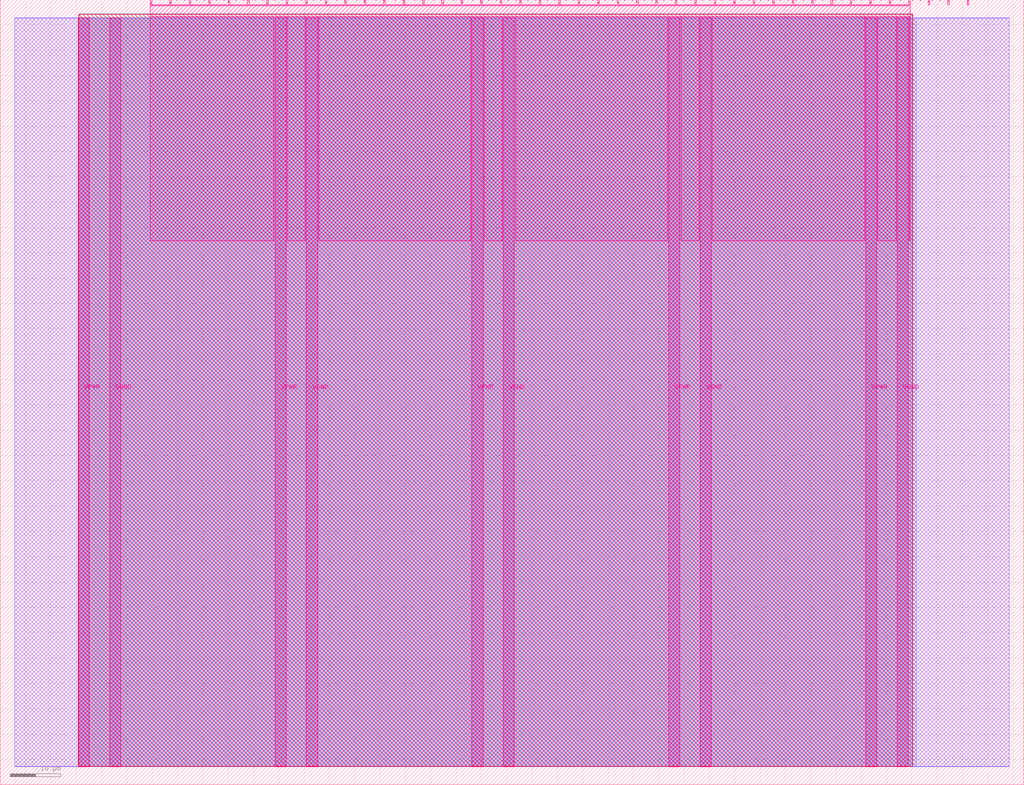
<source format=lef>
VERSION 5.7 ;
  NOWIREEXTENSIONATPIN ON ;
  DIVIDERCHAR "/" ;
  BUSBITCHARS "[]" ;
MACRO tt_um_secd_8_array_mult
  CLASS BLOCK ;
  FOREIGN tt_um_secd_8_array_mult ;
  ORIGIN 0.000 0.000 ;
  SIZE 202.080 BY 154.980 ;
  PIN VGND
    DIRECTION INOUT ;
    USE GROUND ;
    PORT
      LAYER Metal5 ;
        RECT 21.580 3.560 23.780 151.420 ;
    END
    PORT
      LAYER Metal5 ;
        RECT 60.450 3.560 62.650 151.420 ;
    END
    PORT
      LAYER Metal5 ;
        RECT 99.320 3.560 101.520 151.420 ;
    END
    PORT
      LAYER Metal5 ;
        RECT 138.190 3.560 140.390 151.420 ;
    END
    PORT
      LAYER Metal5 ;
        RECT 177.060 3.560 179.260 151.420 ;
    END
  END VGND
  PIN VPWR
    DIRECTION INOUT ;
    USE POWER ;
    PORT
      LAYER Metal5 ;
        RECT 15.380 3.560 17.580 151.420 ;
    END
    PORT
      LAYER Metal5 ;
        RECT 54.250 3.560 56.450 151.420 ;
    END
    PORT
      LAYER Metal5 ;
        RECT 93.120 3.560 95.320 151.420 ;
    END
    PORT
      LAYER Metal5 ;
        RECT 131.990 3.560 134.190 151.420 ;
    END
    PORT
      LAYER Metal5 ;
        RECT 170.860 3.560 173.060 151.420 ;
    END
  END VPWR
  PIN clk
    DIRECTION INPUT ;
    USE SIGNAL ;
    PORT
      LAYER Metal5 ;
        RECT 187.050 153.980 187.350 154.980 ;
    END
  END clk
  PIN ena
    DIRECTION INPUT ;
    USE SIGNAL ;
    PORT
      LAYER Metal5 ;
        RECT 190.890 153.980 191.190 154.980 ;
    END
  END ena
  PIN rst_n
    DIRECTION INPUT ;
    USE SIGNAL ;
    PORT
      LAYER Metal5 ;
        RECT 183.210 153.980 183.510 154.980 ;
    END
  END rst_n
  PIN ui_in[0]
    DIRECTION INPUT ;
    USE SIGNAL ;
    ANTENNAGATEAREA 0.213200 ;
    PORT
      LAYER Metal5 ;
        RECT 179.370 153.980 179.670 154.980 ;
    END
  END ui_in[0]
  PIN ui_in[1]
    DIRECTION INPUT ;
    USE SIGNAL ;
    ANTENNAGATEAREA 0.213200 ;
    PORT
      LAYER Metal5 ;
        RECT 175.530 153.980 175.830 154.980 ;
    END
  END ui_in[1]
  PIN ui_in[2]
    DIRECTION INPUT ;
    USE SIGNAL ;
    ANTENNAGATEAREA 0.180700 ;
    PORT
      LAYER Metal5 ;
        RECT 171.690 153.980 171.990 154.980 ;
    END
  END ui_in[2]
  PIN ui_in[3]
    DIRECTION INPUT ;
    USE SIGNAL ;
    ANTENNAGATEAREA 0.213200 ;
    PORT
      LAYER Metal5 ;
        RECT 167.850 153.980 168.150 154.980 ;
    END
  END ui_in[3]
  PIN ui_in[4]
    DIRECTION INPUT ;
    USE SIGNAL ;
    ANTENNAGATEAREA 0.213200 ;
    PORT
      LAYER Metal5 ;
        RECT 164.010 153.980 164.310 154.980 ;
    END
  END ui_in[4]
  PIN ui_in[5]
    DIRECTION INPUT ;
    USE SIGNAL ;
    ANTENNAGATEAREA 0.180700 ;
    PORT
      LAYER Metal5 ;
        RECT 160.170 153.980 160.470 154.980 ;
    END
  END ui_in[5]
  PIN ui_in[6]
    DIRECTION INPUT ;
    USE SIGNAL ;
    ANTENNAGATEAREA 0.213200 ;
    PORT
      LAYER Metal5 ;
        RECT 156.330 153.980 156.630 154.980 ;
    END
  END ui_in[6]
  PIN ui_in[7]
    DIRECTION INPUT ;
    USE SIGNAL ;
    ANTENNAGATEAREA 0.213200 ;
    PORT
      LAYER Metal5 ;
        RECT 152.490 153.980 152.790 154.980 ;
    END
  END ui_in[7]
  PIN uio_in[0]
    DIRECTION INPUT ;
    USE SIGNAL ;
    PORT
      LAYER Metal5 ;
        RECT 148.650 153.980 148.950 154.980 ;
    END
  END uio_in[0]
  PIN uio_in[1]
    DIRECTION INPUT ;
    USE SIGNAL ;
    PORT
      LAYER Metal5 ;
        RECT 144.810 153.980 145.110 154.980 ;
    END
  END uio_in[1]
  PIN uio_in[2]
    DIRECTION INPUT ;
    USE SIGNAL ;
    PORT
      LAYER Metal5 ;
        RECT 140.970 153.980 141.270 154.980 ;
    END
  END uio_in[2]
  PIN uio_in[3]
    DIRECTION INPUT ;
    USE SIGNAL ;
    PORT
      LAYER Metal5 ;
        RECT 137.130 153.980 137.430 154.980 ;
    END
  END uio_in[3]
  PIN uio_in[4]
    DIRECTION INPUT ;
    USE SIGNAL ;
    PORT
      LAYER Metal5 ;
        RECT 133.290 153.980 133.590 154.980 ;
    END
  END uio_in[4]
  PIN uio_in[5]
    DIRECTION INPUT ;
    USE SIGNAL ;
    PORT
      LAYER Metal5 ;
        RECT 129.450 153.980 129.750 154.980 ;
    END
  END uio_in[5]
  PIN uio_in[6]
    DIRECTION INPUT ;
    USE SIGNAL ;
    PORT
      LAYER Metal5 ;
        RECT 125.610 153.980 125.910 154.980 ;
    END
  END uio_in[6]
  PIN uio_in[7]
    DIRECTION INPUT ;
    USE SIGNAL ;
    PORT
      LAYER Metal5 ;
        RECT 121.770 153.980 122.070 154.980 ;
    END
  END uio_in[7]
  PIN uio_oe[0]
    DIRECTION OUTPUT ;
    USE SIGNAL ;
    ANTENNADIFFAREA 0.299200 ;
    PORT
      LAYER Metal5 ;
        RECT 56.490 153.980 56.790 154.980 ;
    END
  END uio_oe[0]
  PIN uio_oe[1]
    DIRECTION OUTPUT ;
    USE SIGNAL ;
    ANTENNADIFFAREA 0.299200 ;
    PORT
      LAYER Metal5 ;
        RECT 52.650 153.980 52.950 154.980 ;
    END
  END uio_oe[1]
  PIN uio_oe[2]
    DIRECTION OUTPUT ;
    USE SIGNAL ;
    ANTENNADIFFAREA 0.299200 ;
    PORT
      LAYER Metal5 ;
        RECT 48.810 153.980 49.110 154.980 ;
    END
  END uio_oe[2]
  PIN uio_oe[3]
    DIRECTION OUTPUT ;
    USE SIGNAL ;
    ANTENNADIFFAREA 0.299200 ;
    PORT
      LAYER Metal5 ;
        RECT 44.970 153.980 45.270 154.980 ;
    END
  END uio_oe[3]
  PIN uio_oe[4]
    DIRECTION OUTPUT ;
    USE SIGNAL ;
    ANTENNADIFFAREA 0.299200 ;
    PORT
      LAYER Metal5 ;
        RECT 41.130 153.980 41.430 154.980 ;
    END
  END uio_oe[4]
  PIN uio_oe[5]
    DIRECTION OUTPUT ;
    USE SIGNAL ;
    ANTENNADIFFAREA 0.299200 ;
    PORT
      LAYER Metal5 ;
        RECT 37.290 153.980 37.590 154.980 ;
    END
  END uio_oe[5]
  PIN uio_oe[6]
    DIRECTION OUTPUT ;
    USE SIGNAL ;
    ANTENNADIFFAREA 0.299200 ;
    PORT
      LAYER Metal5 ;
        RECT 33.450 153.980 33.750 154.980 ;
    END
  END uio_oe[6]
  PIN uio_oe[7]
    DIRECTION OUTPUT ;
    USE SIGNAL ;
    ANTENNADIFFAREA 0.299200 ;
    PORT
      LAYER Metal5 ;
        RECT 29.610 153.980 29.910 154.980 ;
    END
  END uio_oe[7]
  PIN uio_out[0]
    DIRECTION OUTPUT ;
    USE SIGNAL ;
    ANTENNADIFFAREA 0.299200 ;
    PORT
      LAYER Metal5 ;
        RECT 87.210 153.980 87.510 154.980 ;
    END
  END uio_out[0]
  PIN uio_out[1]
    DIRECTION OUTPUT ;
    USE SIGNAL ;
    ANTENNADIFFAREA 0.299200 ;
    PORT
      LAYER Metal5 ;
        RECT 83.370 153.980 83.670 154.980 ;
    END
  END uio_out[1]
  PIN uio_out[2]
    DIRECTION OUTPUT ;
    USE SIGNAL ;
    ANTENNADIFFAREA 0.299200 ;
    PORT
      LAYER Metal5 ;
        RECT 79.530 153.980 79.830 154.980 ;
    END
  END uio_out[2]
  PIN uio_out[3]
    DIRECTION OUTPUT ;
    USE SIGNAL ;
    ANTENNADIFFAREA 0.299200 ;
    PORT
      LAYER Metal5 ;
        RECT 75.690 153.980 75.990 154.980 ;
    END
  END uio_out[3]
  PIN uio_out[4]
    DIRECTION OUTPUT ;
    USE SIGNAL ;
    ANTENNADIFFAREA 0.299200 ;
    PORT
      LAYER Metal5 ;
        RECT 71.850 153.980 72.150 154.980 ;
    END
  END uio_out[4]
  PIN uio_out[5]
    DIRECTION OUTPUT ;
    USE SIGNAL ;
    ANTENNADIFFAREA 0.299200 ;
    PORT
      LAYER Metal5 ;
        RECT 68.010 153.980 68.310 154.980 ;
    END
  END uio_out[5]
  PIN uio_out[6]
    DIRECTION OUTPUT ;
    USE SIGNAL ;
    ANTENNADIFFAREA 0.299200 ;
    PORT
      LAYER Metal5 ;
        RECT 64.170 153.980 64.470 154.980 ;
    END
  END uio_out[6]
  PIN uio_out[7]
    DIRECTION OUTPUT ;
    USE SIGNAL ;
    ANTENNADIFFAREA 0.299200 ;
    PORT
      LAYER Metal5 ;
        RECT 60.330 153.980 60.630 154.980 ;
    END
  END uio_out[7]
  PIN uo_out[0]
    DIRECTION OUTPUT ;
    USE SIGNAL ;
    ANTENNAGATEAREA 0.192400 ;
    ANTENNADIFFAREA 0.632400 ;
    PORT
      LAYER Metal5 ;
        RECT 117.930 153.980 118.230 154.980 ;
    END
  END uo_out[0]
  PIN uo_out[1]
    DIRECTION OUTPUT ;
    USE SIGNAL ;
    ANTENNADIFFAREA 0.654800 ;
    PORT
      LAYER Metal5 ;
        RECT 114.090 153.980 114.390 154.980 ;
    END
  END uo_out[1]
  PIN uo_out[2]
    DIRECTION OUTPUT ;
    USE SIGNAL ;
    ANTENNADIFFAREA 0.654800 ;
    PORT
      LAYER Metal5 ;
        RECT 110.250 153.980 110.550 154.980 ;
    END
  END uo_out[2]
  PIN uo_out[3]
    DIRECTION OUTPUT ;
    USE SIGNAL ;
    ANTENNADIFFAREA 0.654800 ;
    PORT
      LAYER Metal5 ;
        RECT 106.410 153.980 106.710 154.980 ;
    END
  END uo_out[3]
  PIN uo_out[4]
    DIRECTION OUTPUT ;
    USE SIGNAL ;
    ANTENNADIFFAREA 0.654800 ;
    PORT
      LAYER Metal5 ;
        RECT 102.570 153.980 102.870 154.980 ;
    END
  END uo_out[4]
  PIN uo_out[5]
    DIRECTION OUTPUT ;
    USE SIGNAL ;
    ANTENNADIFFAREA 0.654800 ;
    PORT
      LAYER Metal5 ;
        RECT 98.730 153.980 99.030 154.980 ;
    END
  END uo_out[5]
  PIN uo_out[6]
    DIRECTION OUTPUT ;
    USE SIGNAL ;
    ANTENNADIFFAREA 0.654800 ;
    PORT
      LAYER Metal5 ;
        RECT 94.890 153.980 95.190 154.980 ;
    END
  END uo_out[6]
  PIN uo_out[7]
    DIRECTION OUTPUT ;
    USE SIGNAL ;
    ANTENNADIFFAREA 0.654800 ;
    PORT
      LAYER Metal5 ;
        RECT 91.050 153.980 91.350 154.980 ;
    END
  END uo_out[7]
  OBS
      LAYER GatPoly ;
        RECT 2.880 3.630 199.200 151.350 ;
      LAYER Metal1 ;
        RECT 2.880 3.560 199.200 151.420 ;
      LAYER Metal2 ;
        RECT 15.515 3.680 180.865 151.300 ;
      LAYER Metal3 ;
        RECT 15.560 3.635 180.100 152.185 ;
      LAYER Metal4 ;
        RECT 15.515 3.680 180.145 152.140 ;
      LAYER Metal5 ;
        RECT 30.120 153.770 33.240 153.980 ;
        RECT 33.960 153.770 37.080 153.980 ;
        RECT 37.800 153.770 40.920 153.980 ;
        RECT 41.640 153.770 44.760 153.980 ;
        RECT 45.480 153.770 48.600 153.980 ;
        RECT 49.320 153.770 52.440 153.980 ;
        RECT 53.160 153.770 56.280 153.980 ;
        RECT 57.000 153.770 60.120 153.980 ;
        RECT 60.840 153.770 63.960 153.980 ;
        RECT 64.680 153.770 67.800 153.980 ;
        RECT 68.520 153.770 71.640 153.980 ;
        RECT 72.360 153.770 75.480 153.980 ;
        RECT 76.200 153.770 79.320 153.980 ;
        RECT 80.040 153.770 83.160 153.980 ;
        RECT 83.880 153.770 87.000 153.980 ;
        RECT 87.720 153.770 90.840 153.980 ;
        RECT 91.560 153.770 94.680 153.980 ;
        RECT 95.400 153.770 98.520 153.980 ;
        RECT 99.240 153.770 102.360 153.980 ;
        RECT 103.080 153.770 106.200 153.980 ;
        RECT 106.920 153.770 110.040 153.980 ;
        RECT 110.760 153.770 113.880 153.980 ;
        RECT 114.600 153.770 117.720 153.980 ;
        RECT 118.440 153.770 121.560 153.980 ;
        RECT 122.280 153.770 125.400 153.980 ;
        RECT 126.120 153.770 129.240 153.980 ;
        RECT 129.960 153.770 133.080 153.980 ;
        RECT 133.800 153.770 136.920 153.980 ;
        RECT 137.640 153.770 140.760 153.980 ;
        RECT 141.480 153.770 144.600 153.980 ;
        RECT 145.320 153.770 148.440 153.980 ;
        RECT 149.160 153.770 152.280 153.980 ;
        RECT 153.000 153.770 156.120 153.980 ;
        RECT 156.840 153.770 159.960 153.980 ;
        RECT 160.680 153.770 163.800 153.980 ;
        RECT 164.520 153.770 167.640 153.980 ;
        RECT 168.360 153.770 171.480 153.980 ;
        RECT 172.200 153.770 175.320 153.980 ;
        RECT 176.040 153.770 179.160 153.980 ;
        RECT 29.660 151.630 179.620 153.770 ;
        RECT 29.660 107.375 54.040 151.630 ;
        RECT 56.660 107.375 60.240 151.630 ;
        RECT 62.860 107.375 92.910 151.630 ;
        RECT 95.530 107.375 99.110 151.630 ;
        RECT 101.730 107.375 131.780 151.630 ;
        RECT 134.400 107.375 137.980 151.630 ;
        RECT 140.600 107.375 170.650 151.630 ;
        RECT 173.270 107.375 176.850 151.630 ;
        RECT 179.470 107.375 179.620 151.630 ;
  END
END tt_um_secd_8_array_mult
END LIBRARY


</source>
